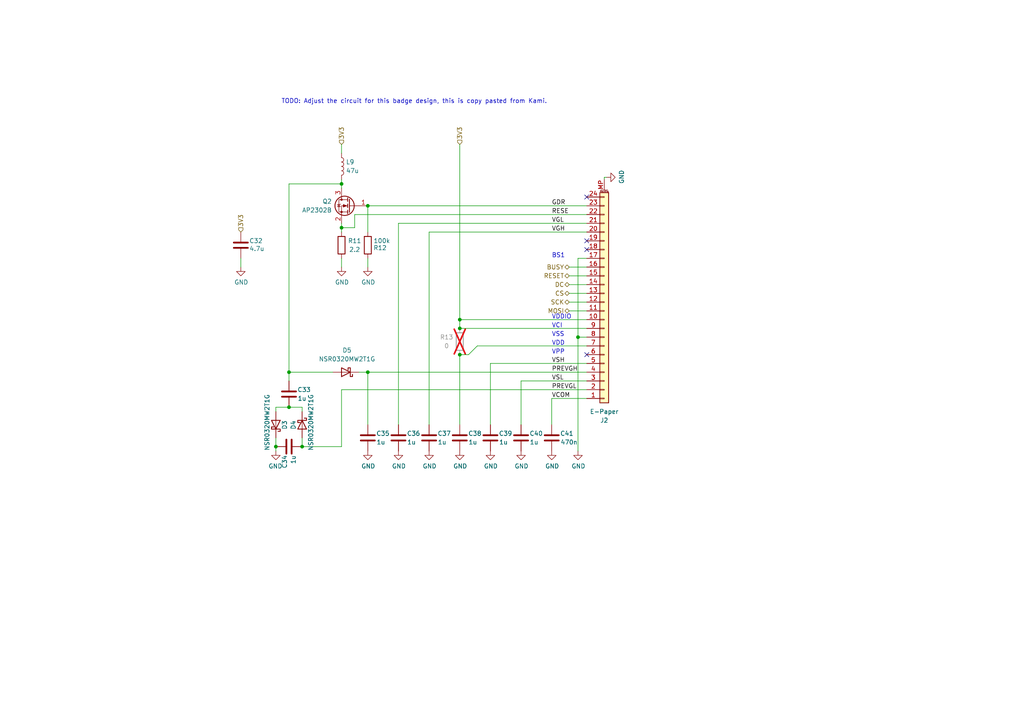
<source format=kicad_sch>
(kicad_sch (version 20250114) (generator "eeschema") (generator_version "9.0")
  (paper "A4")
  (title_block (title "Bornhack 2026") (rev "0.1") (company "Badge.Team"))
  (lib_symbols
    (symbol "symbols2:GND" (power) (pin_names (offset 0))
      (property "Value" "GND" (at 0 -3.81 0))
      (symbol "GND_0_1"
        (polyline (pts (xy 0 0) (xy 0 -1.27) (xy 1.27 -1.27) (xy 0 -2.54) (xy -1.27 -1.27) (xy 0 -1.27)))
      )
      (symbol "GND_1_1"
        (pin power_in line (at 0 0 270) (length 0) (hide yes) (name "GND") (number "1"))
      )
    )
    (symbol "symbols:C" (pin_numbers (hide yes)) (pin_names (offset 0.254))
      (property "Reference" "C" (at 0.635 2.54 0))
      (property "Value" "C" (at 0.635 -2.54 0))
      (symbol "C_0_1"
        (polyline (pts (xy -2.032 0.762) (xy 2.032 0.762)) (stroke (width 0.508)))
        (polyline (pts (xy -2.032 -0.762) (xy 2.032 -0.762)) (stroke (width 0.508)))
      )
      (symbol "C_1_1"
        (pin passive line (at 0 3.81 270) (length 2.794) (name "~") (number "1"))
        (pin passive line (at 0 -3.81 90) (length 2.794) (name "~") (number "2"))
      )
    )
    (symbol "symbols:Conn_01x24_MountingPin" (pin_names (offset 1.016) (hide yes))
      (property "Reference" "J" (at 0 30.48 0))
      (property "Value" "Conn_01x24_MountingPin" (at 1.27 -33.02 0))
      (symbol "Conn_01x24_MountingPin_1_1"
        (rectangle (start -1.27 29.21) (end 1.27 -31.75) (stroke (width 0.254)) (fill (type background)))
        (rectangle (start -1.27 28.067) (end 0 27.813) (stroke (width 0.1524)))
        (rectangle (start -1.27 25.527) (end 0 25.273) (stroke (width 0.1524)))
        (rectangle (start -1.27 22.987) (end 0 22.733) (stroke (width 0.1524)))
        (rectangle (start -1.27 20.447) (end 0 20.193) (stroke (width 0.1524)))
        (rectangle (start -1.27 17.907) (end 0 17.653) (stroke (width 0.1524)))
        (rectangle (start -1.27 15.367) (end 0 15.113) (stroke (width 0.1524)))
        (rectangle (start -1.27 12.827) (end 0 12.573) (stroke (width 0.1524)))
        (rectangle (start -1.27 10.287) (end 0 10.033) (stroke (width 0.1524)))
        (rectangle (start -1.27 7.747) (end 0 7.493) (stroke (width 0.1524)))
        (rectangle (start -1.27 5.207) (end 0 4.953) (stroke (width 0.1524)))
        (rectangle (start -1.27 2.667) (end 0 2.413) (stroke (width 0.1524)))
        (rectangle (start -1.27 0.127) (end 0 -0.127) (stroke (width 0.1524)))
        (rectangle (start -1.27 -2.413) (end 0 -2.667) (stroke (width 0.1524)))
        (rectangle (start -1.27 -4.953) (end 0 -5.207) (stroke (width 0.1524)))
        (rectangle (start -1.27 -7.493) (end 0 -7.747) (stroke (width 0.1524)))
        (rectangle (start -1.27 -10.033) (end 0 -10.287) (stroke (width 0.1524)))
        (rectangle (start -1.27 -12.573) (end 0 -12.827) (stroke (width 0.1524)))
        (rectangle (start -1.27 -15.113) (end 0 -15.367) (stroke (width 0.1524)))
        (rectangle (start -1.27 -17.653) (end 0 -17.907) (stroke (width 0.1524)))
        (rectangle (start -1.27 -20.193) (end 0 -20.447) (stroke (width 0.1524)))
        (rectangle (start -1.27 -22.733) (end 0 -22.987) (stroke (width 0.1524)))
        (rectangle (start -1.27 -25.273) (end 0 -25.527) (stroke (width 0.1524)))
        (rectangle (start -1.27 -27.813) (end 0 -28.067) (stroke (width 0.1524)))
        (rectangle (start -1.27 -30.353) (end 0 -30.607) (stroke (width 0.1524)))
        (polyline (pts (xy -1.016 -32.512) (xy 1.016 -32.512)) (stroke (width 0.1524)))
        (text "Mounting" (at 0 -32.131 0) (effects (font (size 0.381 0.381))))
        (pin passive line (at -5.08 27.94 0) (length 3.81) (name "Pin_1") (number "1"))
        (pin passive line (at -5.08 25.4 0) (length 3.81) (name "Pin_2") (number "2"))
        (pin passive line (at -5.08 22.86 0) (length 3.81) (name "Pin_3") (number "3"))
        (pin passive line (at -5.08 20.32 0) (length 3.81) (name "Pin_4") (number "4"))
        (pin passive line (at -5.08 17.78 0) (length 3.81) (name "Pin_5") (number "5"))
        (pin passive line (at -5.08 15.24 0) (length 3.81) (name "Pin_6") (number "6"))
        (pin passive line (at -5.08 12.7 0) (length 3.81) (name "Pin_7") (number "7"))
        (pin passive line (at -5.08 10.16 0) (length 3.81) (name "Pin_8") (number "8"))
        (pin passive line (at -5.08 7.62 0) (length 3.81) (name "Pin_9") (number "9"))
        (pin passive line (at -5.08 5.08 0) (length 3.81) (name "Pin_10") (number "10"))
        (pin passive line (at -5.08 2.54 0) (length 3.81) (name "Pin_11") (number "11"))
        (pin passive line (at -5.08 0 0) (length 3.81) (name "Pin_12") (number "12"))
        (pin passive line (at -5.08 -2.54 0) (length 3.81) (name "Pin_13") (number "13"))
        (pin passive line (at -5.08 -5.08 0) (length 3.81) (name "Pin_14") (number "14"))
        (pin passive line (at -5.08 -7.62 0) (length 3.81) (name "Pin_15") (number "15"))
        (pin passive line (at -5.08 -10.16 0) (length 3.81) (name "Pin_16") (number "16"))
        (pin passive line (at -5.08 -12.7 0) (length 3.81) (name "Pin_17") (number "17"))
        (pin passive line (at -5.08 -15.24 0) (length 3.81) (name "Pin_18") (number "18"))
        (pin passive line (at -5.08 -17.78 0) (length 3.81) (name "Pin_19") (number "19"))
        (pin passive line (at -5.08 -20.32 0) (length 3.81) (name "Pin_20") (number "20"))
        (pin passive line (at -5.08 -22.86 0) (length 3.81) (name "Pin_21") (number "21"))
        (pin passive line (at -5.08 -25.4 0) (length 3.81) (name "Pin_22") (number "22"))
        (pin passive line (at -5.08 -27.94 0) (length 3.81) (name "Pin_23") (number "23"))
        (pin passive line (at -5.08 -30.48 0) (length 3.81) (name "Pin_24") (number "24"))
        (pin passive line (at 0 -35.56 90) (length 3.048) (name "MountPin") (number "MP"))
      )
    )
    (symbol "symbols:D_Schottky" (pin_numbers (hide yes)) (pin_names (offset 1.016) (hide yes))
      (property "Reference" "D" (at 0 2.54 0))
      (property "Value" "D_Schottky" (at 0 -2.54 0))
      (symbol "D_Schottky_0_1"
        (polyline (pts (xy -1.905 0.635) (xy -1.905 1.27) (xy -1.27 1.27) (xy -1.27 -1.27) (xy -0.635 -1.27) (xy -0.635 -0.635)) (stroke (width 0.254)))
        (polyline (pts (xy 1.27 1.27) (xy 1.27 -1.27) (xy -1.27 0) (xy 1.27 1.27)) (stroke (width 0.254)))
        (polyline (pts (xy 1.27 0) (xy -1.27 0)))
      )
      (symbol "D_Schottky_1_1"
        (pin passive line (at -3.81 0 0) (length 2.54) (name "K") (number "1"))
        (pin passive line (at 3.81 0 180) (length 2.54) (name "A") (number "2"))
      )
    )
    (symbol "symbols:L" (pin_numbers (hide yes)) (pin_names (offset 1.016) (hide yes))
      (property "Reference" "L" (at -1.27 0 90))
      (property "Value" "L" (at 1.905 0 90))
      (symbol "L_0_1"
        (arc (start 0 2.54) (mid 0.6323 1.905) (end 0 1.27))
        (arc (start 0 1.27) (mid 0.6323 0.635) (end 0 0))
        (arc (start 0 0) (mid 0.6323 -0.635) (end 0 -1.27))
        (arc (start 0 -1.27) (mid 0.6323 -1.905) (end 0 -2.54))
      )
      (symbol "L_1_1"
        (pin passive line (at 0 3.81 270) (length 1.27) (name "1") (number "1"))
        (pin passive line (at 0 -3.81 90) (length 1.27) (name "2") (number "2"))
      )
    )
    (symbol "symbols:Q_NMOS_GSD" (pin_names (offset 0) (hide yes))
      (property "Reference" "Q" (at 5.08 1.27 0))
      (property "Value" "Q_NMOS_GSD" (at 5.08 -1.27 0))
      (symbol "Q_NMOS_GSD_0_1"
        (polyline (pts (xy 0.254 1.905) (xy 0.254 -1.905)) (stroke (width 0.254)))
        (polyline (pts (xy 0.254 0) (xy -2.54 0)))
        (polyline (pts (xy 0.762 2.286) (xy 0.762 1.27)) (stroke (width 0.254)))
        (polyline (pts (xy 0.762 0.508) (xy 0.762 -0.508)) (stroke (width 0.254)))
        (polyline (pts (xy 0.762 -1.27) (xy 0.762 -2.286)) (stroke (width 0.254)))
        (polyline (pts (xy 0.762 -1.778) (xy 3.302 -1.778) (xy 3.302 1.778) (xy 0.762 1.778)))
        (polyline (pts (xy 1.016 0) (xy 2.032 0.381) (xy 2.032 -0.381) (xy 1.016 0)) (fill (type outline)))
        (circle (center 1.651 0) (radius 2.794) (stroke (width 0.254)))
        (polyline (pts (xy 2.54 2.54) (xy 2.54 1.778)))
        (circle (center 2.54 1.778) (radius 0.254) (fill (type outline)))
        (circle (center 2.54 -1.778) (radius 0.254) (fill (type outline)))
        (polyline (pts (xy 2.54 -2.54) (xy 2.54 0) (xy 0.762 0)))
        (polyline (pts (xy 2.794 0.508) (xy 2.921 0.381) (xy 3.683 0.381) (xy 3.81 0.254)))
        (polyline (pts (xy 3.302 0.381) (xy 2.921 -0.254) (xy 3.683 -0.254) (xy 3.302 0.381)))
      )
      (symbol "Q_NMOS_GSD_1_1"
        (pin input line (at -5.08 0 0) (length 2.54) (name "G") (number "1"))
        (pin passive line (at 2.54 5.08 270) (length 2.54) (name "D") (number "3"))
        (pin passive line (at 2.54 -5.08 90) (length 2.54) (name "S") (number "2"))
      )
    )
    (symbol "symbols:R" (pin_numbers (hide yes)) (pin_names (offset 0))
      (property "Reference" "R" (at 2.032 0 90))
      (property "Value" "R" (at 0 0 90))
      (symbol "R_0_1"
        (rectangle (start -1.016 -2.54) (end 1.016 2.54) (stroke (width 0.254)))
      )
      (symbol "R_1_1"
        (pin passive line (at 0 3.81 270) (length 1.27) (name "~") (number "1"))
        (pin passive line (at 0 -3.81 90) (length 1.27) (name "~") (number "2"))
      )
    )
  )
  (text "VDDIO" (at 160.02 92.71 0) (effects (font (size 1.27 1.27)) (justify left bottom)))
  (text "TODO: Adjust the circuit for this badge design, this is copy pasted from Kami." (at 120.142 29.464 0) (effects (font (size 1.27 1.27))))
  (text "VPP" (at 160.02 102.87 0) (effects (font (size 1.27 1.27)) (justify left bottom)))
  (text "VDD" (at 160.02 100.33 0) (effects (font (size 1.27 1.27)) (justify left bottom)))
  (text "VSS" (at 160.02 97.79 0) (effects (font (size 1.27 1.27)) (justify left bottom)))
  (text "BS1" (at 160.02 74.93 0) (effects (font (size 1.27 1.27)) (justify left bottom)))
  (text "VCI" (at 160.02 95.25 0) (effects (font (size 1.27 1.27)) (justify left bottom)))
  (junction (at 133.35 102.87))
  (junction (at 99.06 53.34))
  (junction (at 87.63 129.54))
  (junction (at 80.01 129.54))
  (junction (at 133.35 92.71))
  (junction (at 106.68 59.69))
  (junction (at 99.06 66.04))
  (junction (at 106.68 107.95))
  (junction (at 83.82 107.95))
  (junction (at 83.82 118.11))
  (junction (at 167.64 97.79))
  (junction (at 133.35 95.25))
  (no_connect (at 170.18 102.87))
  (no_connect (at 170.18 57.15))
  (no_connect (at 170.18 72.39))
  (no_connect (at 170.18 69.85))
  (wire (pts (xy 135.89 102.87) (xy 138.43 100.33)))
  (wire (pts (xy 133.35 41.91) (xy 133.35 92.71)))
  (wire (pts (xy 151.13 110.49) (xy 151.13 123.19)))
  (wire (pts (xy 83.82 53.34) (xy 99.06 53.34)))
  (wire (pts (xy 115.57 64.77) (xy 170.18 64.77)))
  (wire (pts (xy 160.02 115.57) (xy 170.18 115.57)))
  (wire (pts (xy 80.01 129.54) (xy 80.01 130.81)))
  (wire (pts (xy 80.01 118.11) (xy 83.82 118.11)))
  (wire (pts (xy 133.35 95.25) (xy 170.18 95.25)))
  (wire (pts (xy 99.06 113.03) (xy 99.06 129.54)))
  (wire (pts (xy 175.26 51.435) (xy 175.895 51.435)))
  (wire (pts (xy 99.06 53.34) (xy 99.06 54.61)))
  (wire (pts (xy 99.06 52.07) (xy 99.06 53.34)))
  (wire (pts (xy 138.43 100.33) (xy 170.18 100.33)))
  (wire (pts (xy 124.46 67.31) (xy 124.46 123.19)))
  (wire (pts (xy 87.63 127) (xy 87.63 129.54)))
  (wire (pts (xy 133.35 92.71) (xy 170.18 92.71)))
  (wire (pts (xy 167.64 97.79) (xy 167.64 130.81)))
  (wire (pts (xy 165.1 80.01) (xy 170.18 80.01)))
  (wire (pts (xy 104.14 107.95) (xy 106.68 107.95)))
  (wire (pts (xy 87.63 118.11) (xy 87.63 119.38)))
  (wire (pts (xy 83.82 53.34) (xy 83.82 107.95)))
  (wire (pts (xy 133.35 92.71) (xy 133.35 95.25)))
  (wire (pts (xy 102.87 62.23) (xy 170.18 62.23)))
  (wire (pts (xy 142.24 105.41) (xy 170.18 105.41)))
  (wire (pts (xy 175.26 51.435) (xy 175.26 52.07)))
  (wire (pts (xy 99.06 41.91) (xy 99.06 44.45)))
  (wire (pts (xy 99.06 64.77) (xy 99.06 66.04)))
  (wire (pts (xy 165.1 85.09) (xy 170.18 85.09)))
  (wire (pts (xy 99.06 113.03) (xy 170.18 113.03)))
  (wire (pts (xy 151.13 110.49) (xy 170.18 110.49)))
  (wire (pts (xy 99.06 66.04) (xy 102.87 66.04)))
  (wire (pts (xy 167.64 74.93) (xy 167.64 97.79)))
  (wire (pts (xy 165.1 77.47) (xy 170.18 77.47)))
  (wire (pts (xy 165.1 90.17) (xy 170.18 90.17)))
  (wire (pts (xy 133.35 102.87) (xy 133.35 123.19)))
  (wire (pts (xy 115.57 64.77) (xy 115.57 123.19)))
  (wire (pts (xy 165.1 82.55) (xy 170.18 82.55)))
  (wire (pts (xy 106.68 107.95) (xy 170.18 107.95)))
  (wire (pts (xy 99.06 74.93) (xy 99.06 77.47)))
  (wire (pts (xy 106.68 74.93) (xy 106.68 77.47)))
  (wire (pts (xy 142.24 105.41) (xy 142.24 123.19)))
  (wire (pts (xy 83.82 107.95) (xy 96.52 107.95)))
  (wire (pts (xy 80.01 127) (xy 80.01 129.54)))
  (wire (pts (xy 106.68 59.69) (xy 170.18 59.69)))
  (wire (pts (xy 83.82 118.11) (xy 87.63 118.11)))
  (wire (pts (xy 106.68 107.95) (xy 106.68 123.19)))
  (wire (pts (xy 160.02 115.57) (xy 160.02 123.19)))
  (wire (pts (xy 106.68 59.69) (xy 106.68 67.31)))
  (wire (pts (xy 124.46 67.31) (xy 170.18 67.31)))
  (wire (pts (xy 102.87 62.23) (xy 102.87 66.04)))
  (wire (pts (xy 99.06 66.04) (xy 99.06 67.31)))
  (wire (pts (xy 80.01 118.11) (xy 80.01 119.38)))
  (wire (pts (xy 83.82 107.95) (xy 83.82 110.49)))
  (wire (pts (xy 167.64 97.79) (xy 170.18 97.79)))
  (wire (pts (xy 165.1 87.63) (xy 170.18 87.63)))
  (wire (pts (xy 133.35 102.87) (xy 135.89 102.87)))
  (wire (pts (xy 87.63 129.54) (xy 99.06 129.54)))
  (wire (pts (xy 69.85 74.93) (xy 69.85 77.47)))
  (wire (pts (xy 167.64 74.93) (xy 170.18 74.93)))
  (label "PREVGL" (at 160.02 113.03 0))
  (label "VGL" (at 160.02 64.77 0))
  (label "RESE" (at 160.02 62.23 0))
  (label "GDR" (at 160.02 59.69 0))
  (label "VGH" (at 160.02 67.31 0))
  (label "VSL" (at 160.02 110.49 0))
  (label "PREVGH" (at 160.02 107.95 0))
  (label "VCOM" (at 160.02 115.57 0))
  (label "VSH" (at 160.02 105.41 0))
  (hierarchical_label "CS" (shape bidirectional) (at 165.1 85.09 180))
  (hierarchical_label "SCK" (shape bidirectional) (at 165.1 87.63 180))
  (hierarchical_label "MOSI" (shape bidirectional) (at 165.1 90.17 180))
  (hierarchical_label "RESET" (shape bidirectional) (at 165.1 80.01 180))
  (hierarchical_label "3V3" (shape input) (at 133.35 41.91 90))
  (hierarchical_label "3V3" (shape input) (at 99.06 41.91 90))
  (hierarchical_label "BUSY" (shape bidirectional) (at 165.1 77.47 180))
  (hierarchical_label "3V3" (shape input) (at 69.85 67.31 90))
  (hierarchical_label "DC" (shape bidirectional) (at 165.1 82.55 180))
  (symbol (lib_id "symbols2:GND") (at 151.13 130.81 0) (unit 1)
    (property "Reference" "#PWR061" (effects (hide yes)))
    (property "Value" "GND" (at 151.257 135.2042 0))
    (property "Description" "Power symbol creates a global label with name \"GND\" , ground" (effects (hide yes)))
  )
  (symbol (lib_id "symbols:Conn_01x24_MountingPin") (at 175.26 87.63 0) (mirror x) (unit 1)
    (property "Reference" "J2" (at 175.26 121.92 0))
    (property "Value" "E-Paper" (at 175.26 119.38 0))
    (property "Footprint" "lcsc:FPC-SMD_FH12-24S-0.5SH-55" (effects (hide yes)))
    (property "Datasheet" "https://datasheet.lcsc.com/lcsc/2304140030_HRS-Hirose-FH12-24S-0-5SH-55_C202112.pdf" (effects (hide yes)))
    (property "Description" "E-paper connector" (effects (hide yes)))
    (property "LCSC" "C202112" (effects (hide yes)))
  )
  (symbol (lib_id "symbols:C") (at 124.46 127 180) (unit 1)
    (property "Reference" "C37" (at 130.81 125.73 0) (effects (justify left)))
    (property "Value" "1u" (at 129.54 128.27 0) (effects (justify left)))
    (property "Footprint" "Capacitor_SMD:C_0603_1608Metric" (effects (hide yes)))
    (property "Datasheet" "https://datasheet.lcsc.com/lcsc/2304140030_Samsung-Electro-Mechanics-CL05A105KQ5NNNC_C107372.pdf" (effects (hide yes)))
    (property "LCSC" "C5199872" (effects (hide yes)))
  )
  (symbol (lib_id "symbols:D_Schottky") (at 100.33 107.95 180) (unit 1)
    (property "Reference" "D5" (at 100.6475 101.6 0))
    (property "Value" "NSR0320MW2T1G" (at 100.6475 104.14 0))
    (property "Footprint" "library:D_SOD-323" (effects (hide yes)))
    (property "Datasheet" "https://datasheet.lcsc.com/lcsc/1806150330_onsemi-NSR0320MW2T1G_C48192.pdf" (effects (hide yes)))
    (property "LCSC" "C48192" (effects (hide yes)))
  )
  (symbol (lib_id "symbols2:GND") (at 99.06 77.47 0) (unit 1)
    (property "Reference" "#PWR054" (effects (hide yes)))
    (property "Value" "GND" (at 99.187 81.8642 0))
    (property "Description" "Power symbol creates a global label with name \"GND\" , ground" (effects (hide yes)))
  )
  (symbol (lib_id "symbols:C") (at 69.85 71.12 180) (unit 1)
    (property "Reference" "C32" (at 76.2 69.85 0) (effects (justify left)))
    (property "Value" "4.7u" (at 76.708 72.136 0) (effects (justify left)))
    (property "Footprint" "Capacitor_SMD:C_0603_1608Metric" (effects (hide yes)))
    (property "Datasheet" "https://datasheet.lcsc.com/lcsc/1810261513_Samsung-Electro-Mechanics-CL10A475KA8NQNC_C69335.pdf" (effects (hide yes)))
    (property "LCSC" "C69335" (effects (hide yes)))
  )
  (symbol (lib_id "symbols2:GND") (at 115.57 130.81 0) (unit 1)
    (property "Reference" "#PWR057" (effects (hide yes)))
    (property "Value" "GND" (at 115.697 135.2042 0))
    (property "Description" "Power symbol creates a global label with name \"GND\" , ground" (effects (hide yes)))
  )
  (symbol (lib_id "symbols:R") (at 106.68 71.12 0) (mirror x) (unit 1)
    (property "Reference" "R12" (at 110.236 71.882 0))
    (property "Value" "100k" (at 110.744 69.85 0))
    (property "Footprint" "Resistor_SMD:R_0402_1005Metric" (effects (hide yes)))
    (property "Datasheet" "https://jlcpcb.com/partdetail/26273-0402WGJ0104TCE/C25530" (effects (hide yes)))
    (property "LCSC" "C25530" (effects (hide yes)))
  )
  (symbol (lib_id "symbols2:GND") (at 106.68 130.81 0) (unit 1)
    (property "Reference" "#PWR056" (effects (hide yes)))
    (property "Value" "GND" (at 106.807 135.2042 0))
    (property "Description" "Power symbol creates a global label with name \"GND\" , ground" (effects (hide yes)))
  )
  (symbol (lib_id "symbols2:GND") (at 142.24 130.81 0) (unit 1)
    (property "Reference" "#PWR060" (effects (hide yes)))
    (property "Value" "GND" (at 142.367 135.2042 0))
    (property "Description" "Power symbol creates a global label with name \"GND\" , ground" (effects (hide yes)))
  )
  (symbol (lib_id "symbols:C") (at 151.13 127 180) (unit 1)
    (property "Reference" "C40" (at 157.48 125.73 0) (effects (justify left)))
    (property "Value" "1u" (at 156.21 128.27 0) (effects (justify left)))
    (property "Footprint" "Capacitor_SMD:C_0603_1608Metric" (effects (hide yes)))
    (property "Datasheet" "https://datasheet.lcsc.com/lcsc/2304140030_Samsung-Electro-Mechanics-CL05A105KQ5NNNC_C107372.pdf" (effects (hide yes)))
    (property "LCSC" "C5199872" (effects (hide yes)))
  )
  (symbol (lib_id "symbols:D_Schottky") (at 80.01 123.19 270) (mirror x) (unit 1)
    (property "Reference" "D3" (at 82.55 121.92 0) (effects (justify right)))
    (property "Value" "NSR0320MW2T1G" (at 77.47 114.3 0) (effects (justify right)))
    (property "Footprint" "library:D_SOD-323" (effects (hide yes)))
    (property "Datasheet" "https://datasheet.lcsc.com/lcsc/1806150330_onsemi-NSR0320MW2T1G_C48192.pdf" (effects (hide yes)))
    (property "LCSC" "C48192" (effects (hide yes)))
  )
  (symbol (lib_id "symbols:Q_NMOS_GSD") (at 101.6 59.69 0) (mirror y) (unit 1)
    (property "Reference" "Q2" (at 96.266 58.4199 0) (effects (justify left)))
    (property "Value" "AP2302B" (at 96.266 60.9599 0) (effects (justify left)))
    (property "Footprint" "library:SOT-23" (effects (hide yes)))
    (property "Datasheet" "https://jlcpcb.com/partdetail/395073-AP2302B/C406812" (effects (hide yes)))
    (property "LCSC" "C406812" (effects (hide yes)))
  )
  (symbol (lib_id "symbols:C") (at 160.02 127 180) (unit 1)
    (property "Reference" "C41" (at 166.37 125.73 0) (effects (justify left)))
    (property "Value" "470n" (at 162.56 128.27 0) (effects (justify right)))
    (property "Footprint" "Capacitor_SMD:C_0603_1608Metric" (effects (hide yes)))
    (property "Datasheet" "https://www.lcsc.com/product-detail/Multilayer-Ceramic-Capacitors-MLCC-SMD-SMT_Samsung-Electro-Mechanics-CL10B474KA8NNNC_C1623.html" (effects (hide yes)))
    (property "LCSC" "C1623" (effects (hide yes)))
  )
  (symbol (lib_id "symbols:D_Schottky") (at 87.63 123.19 270) (unit 1)
    (property "Reference" "D4" (at 85.09 121.92 0) (effects (justify left)))
    (property "Value" "NSR0320MW2T1G" (at 90.17 114.3 0) (effects (justify left)))
    (property "Footprint" "library:D_SOD-323" (effects (hide yes)))
    (property "Datasheet" "https://datasheet.lcsc.com/lcsc/1806150330_onsemi-NSR0320MW2T1G_C48192.pdf" (effects (hide yes)))
    (property "LCSC" "C48192" (effects (hide yes)))
  )
  (symbol (lib_id "symbols2:GND") (at 69.85 77.47 0) (unit 1)
    (property "Reference" "#PWR052" (effects (hide yes)))
    (property "Value" "GND" (at 69.977 81.8642 0))
    (property "Description" "Power symbol creates a global label with name \"GND\" , ground" (effects (hide yes)))
  )
  (symbol (lib_id "symbols2:GND") (at 175.895 51.435 90) (unit 1)
    (property "Reference" "#PWR064" (effects (hide yes)))
    (property "Value" "GND" (at 180.2892 51.308 0))
    (property "Description" "Power symbol creates a global label with name \"GND\" , ground" (effects (hide yes)))
  )
  (symbol (lib_id "symbols:C") (at 142.24 127 180) (unit 1)
    (property "Reference" "C39" (at 148.59 125.73 0) (effects (justify left)))
    (property "Value" "1u" (at 147.32 128.27 0) (effects (justify left)))
    (property "Footprint" "Capacitor_SMD:C_0603_1608Metric" (effects (hide yes)))
    (property "Datasheet" "https://datasheet.lcsc.com/lcsc/2304140030_Samsung-Electro-Mechanics-CL05A105KQ5NNNC_C107372.pdf" (effects (hide yes)))
    (property "LCSC" "C5199872" (effects (hide yes)))
  )
  (symbol (lib_id "symbols:R") (at 99.06 71.12 180) (unit 1)
    (property "Reference" "R11" (at 102.87 69.85 0))
    (property "Value" "2.2" (at 102.87 72.39 0))
    (property "Footprint" "Resistor_SMD:R_0805_2012Metric" (effects (hide yes)))
    (property "Datasheet" "https://datasheet.lcsc.com/lcsc/2308241947_FOJAN-FRC0805J270-TS_C2907314.pdf" (effects (hide yes)))
    (property "LCSC" "C2907304" (effects (hide yes)))
  )
  (symbol (lib_id "symbols2:GND") (at 124.46 130.81 0) (unit 1)
    (property "Reference" "#PWR058" (effects (hide yes)))
    (property "Value" "GND" (at 124.587 135.2042 0))
    (property "Description" "Power symbol creates a global label with name \"GND\" , ground" (effects (hide yes)))
  )
  (symbol (lib_id "symbols:R") (at 133.35 99.06 0) (unit 1) (in_bom no) (dnp yes)
    (property "Reference" "R13" (at 129.54 97.79 0))
    (property "Value" "0" (at 129.54 100.33 0))
    (property "Footprint" "Resistor_SMD:R_0402_1005Metric" (effects (hide yes)))
  )
  (symbol (lib_id "symbols2:GND") (at 160.02 130.81 0) (unit 1)
    (property "Reference" "#PWR062" (effects (hide yes)))
    (property "Value" "GND" (at 160.147 135.2042 0))
    (property "Description" "Power symbol creates a global label with name \"GND\" , ground" (effects (hide yes)))
  )
  (symbol (lib_id "symbols:C") (at 106.68 127 180) (unit 1)
    (property "Reference" "C35" (at 113.03 125.73 0) (effects (justify left)))
    (property "Value" "1u" (at 111.76 128.27 0) (effects (justify left)))
    (property "Footprint" "Capacitor_SMD:C_0603_1608Metric" (effects (hide yes)))
    (property "Datasheet" "https://datasheet.lcsc.com/lcsc/2304140030_Samsung-Electro-Mechanics-CL05A105KQ5NNNC_C107372.pdf" (effects (hide yes)))
    (property "LCSC" "C5199872" (effects (hide yes)))
  )
  (symbol (lib_id "symbols2:GND") (at 133.35 130.81 0) (unit 1)
    (property "Reference" "#PWR059" (effects (hide yes)))
    (property "Value" "GND" (at 133.477 135.2042 0))
    (property "Description" "Power symbol creates a global label with name \"GND\" , ground" (effects (hide yes)))
  )
  (symbol (lib_id "symbols:C") (at 133.35 127 180) (unit 1)
    (property "Reference" "C38" (at 139.7 125.73 0) (effects (justify left)))
    (property "Value" "1u" (at 138.43 128.27 0) (effects (justify left)))
    (property "Footprint" "Capacitor_SMD:C_0603_1608Metric" (effects (hide yes)))
    (property "Datasheet" "https://datasheet.lcsc.com/lcsc/2304140030_Samsung-Electro-Mechanics-CL05A105KQ5NNNC_C107372.pdf" (effects (hide yes)))
    (property "LCSC" "C5199872" (effects (hide yes)))
  )
  (symbol (lib_id "symbols2:GND") (at 80.01 130.81 0) (mirror y) (unit 1)
    (property "Reference" "#PWR053" (effects (hide yes)))
    (property "Value" "GND" (at 79.883 135.2042 0))
    (property "Description" "Power symbol creates a global label with name \"GND\" , ground" (effects (hide yes)))
  )
  (symbol (lib_id "symbols2:GND") (at 167.64 130.81 0) (unit 1)
    (property "Reference" "#PWR063" (effects (hide yes)))
    (property "Value" "GND" (at 167.767 135.2042 0))
    (property "Description" "Power symbol creates a global label with name \"GND\" , ground" (effects (hide yes)))
  )
  (symbol (lib_id "symbols:C") (at 83.82 129.54 270) (mirror x) (unit 1)
    (property "Reference" "C34" (at 82.55 135.89 0) (effects (justify left)))
    (property "Value" "1u" (at 85.09 134.62 0) (effects (justify left)))
    (property "Footprint" "Capacitor_SMD:C_0603_1608Metric" (effects (hide yes)))
    (property "Datasheet" "https://datasheet.lcsc.com/lcsc/2304140030_Samsung-Electro-Mechanics-CL05A105KQ5NNNC_C107372.pdf" (effects (hide yes)))
    (property "LCSC" "C5199872" (effects (hide yes)))
  )
  (symbol (lib_id "symbols:C") (at 83.82 114.3 180) (unit 1)
    (property "Reference" "C33" (at 90.17 113.03 0) (effects (justify left)))
    (property "Value" "1u" (at 88.9 115.57 0) (effects (justify left)))
    (property "Footprint" "Capacitor_SMD:C_0603_1608Metric" (effects (hide yes)))
    (property "Datasheet" "https://datasheet.lcsc.com/lcsc/2304140030_Samsung-Electro-Mechanics-CL05A105KQ5NNNC_C107372.pdf" (effects (hide yes)))
    (property "LCSC" "C5199872" (effects (hide yes)))
  )
  (symbol (lib_id "symbols:L") (at 99.06 48.26 0) (unit 1)
    (property "Reference" "L9" (at 100.33 46.99 0) (effects (justify left)))
    (property "Value" "47u" (at 100.33 49.53 0) (effects (justify left)))
    (property "Footprint" "library:L_1210_3225Metric" (effects (hide yes)))
    (property "Datasheet" "https://datasheet.lcsc.com/lcsc/2304140030_TDK-NLCV32T-470K-PF_C83083.pdf" (effects (hide yes)))
    (property "LCSC" "C83083" (effects (hide yes)))
  )
  (symbol (lib_id "symbols2:GND") (at 106.68 77.47 0) (unit 1)
    (property "Reference" "#PWR055" (effects (hide yes)))
    (property "Value" "GND" (at 106.807 81.8642 0))
    (property "Description" "Power symbol creates a global label with name \"GND\" , ground" (effects (hide yes)))
  )
  (symbol (lib_id "symbols:C") (at 115.57 127 180) (unit 1)
    (property "Reference" "C36" (at 121.92 125.73 0) (effects (justify left)))
    (property "Value" "1u" (at 120.65 128.27 0) (effects (justify left)))
    (property "Footprint" "Capacitor_SMD:C_0603_1608Metric" (effects (hide yes)))
    (property "Datasheet" "https://datasheet.lcsc.com/lcsc/2304140030_Samsung-Electro-Mechanics-CL05A105KQ5NNNC_C107372.pdf" (effects (hide yes)))
    (property "LCSC" "C5199872" (effects (hide yes)))
  )
)
</source>
